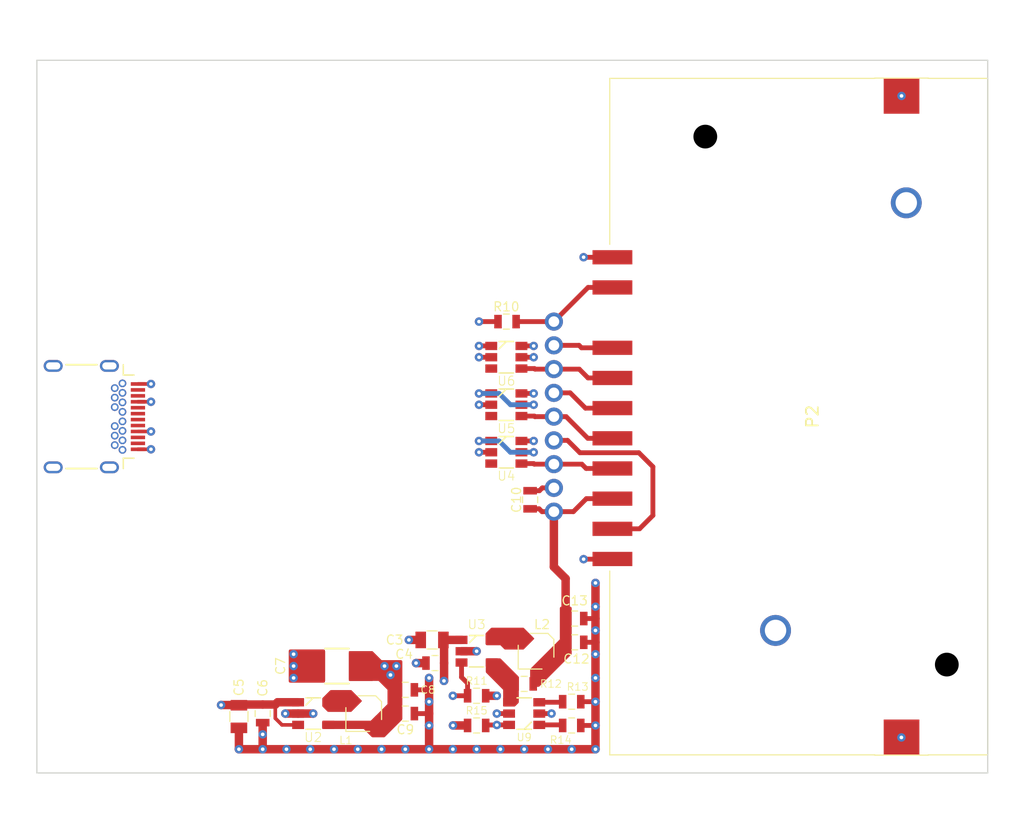
<source format=kicad_pcb>
(kicad_pcb (version 20211014) (generator pcbnew)
  (title_block (title "Cowkeyr Smartcard G0") (date "2023-03-07") (rev "1") (company "Agilack") (comment 1 "License: CC-by-SA"))
  (layers (0 "F.Cu" signal) (1 "In1.Cu" signal) (2 "In2.Cu" signal) (31 "B.Cu" signal) (34 "B.Paste" user) (35 "F.Paste" user) (36 "B.SilkS" user "B.Silkscreen") (37 "F.SilkS" user "F.Silkscreen") (38 "B.Mask" user) (39 "F.Mask" user) (44 "Edge.Cuts" user))
  (net 0 "")
  (net 1 "+V_SC")
  (net 2 "SC_DETECT")
  (net 3 "GND")
  (net 4 "+3.3V")
  (net 5 "SC_C4")
  (net 6 "SC_C6")
  (net 7 "SC_C8")
  (net 8 "SC_RAW_RST")
  (net 9 "SC_RAW_CLK")
  (net 10 "SC_RAW_IO")
  (net 11 "SC_RST")
  (net 12 "SC_IO_DIR")
  (net 13 "SC_CLK")
  (net 14 "SC_IO")
  (net 15 "SC_PWR_EN")
  (net 16 "Net-(R13-Pad1)")
  (net 17 "Net-(R14-Pad1)")
  (net 18 "+VBus")
  (net 19 "SC_PWR_SEL")
  (net 20 "/SC_SW")
  (net 21 "/SC_FB")
  (net 22 "/V_SW")
  (net 26 "USB_D+")
  (net 27 "USB_D-")
  (footprint "cowkeyr-sc-g0:SMD0603" (layer "F.Cu") (at 145.5 131 180)
    (fp_text reference "R15" (at 0 1.25) (layer "F.SilkS") (effects (font (size 0.635 0.635) (thickness 0.0762))))
    (fp_text value "10k" hide)
    (pad "1" smd rect (at -0.762 0 180) (size 0.635 1.143) (layers "F.Cu" "F.Paste" "F.Mask") (net 19 "SC_PWR_SEL"))
    (pad "2" smd rect (at 0.762 0 180) (size 0.635 1.143) (layers "F.Cu" "F.Paste" "F.Mask") (net 3 "GND"))
  )
  (footprint "cowkeyr-sc-g0:TP_PIN" (layer "F.Cu") (at 152 113)
    (fp_text reference "TP_SC1" hide)
    (fp_text value "CONN_1" hide)
    (pad "1" thru_hole circle (at 0 0) (size 1.524 1.524) (drill 0.89916) (layers *.Cu *.Mask) (net 1 "+V_SC"))
  )
  (footprint "cowkeyr-sc-g0:TP_PIN" (layer "F.Cu") (at 152 111)
    (fp_text reference "TP_SC5" hide)
    (fp_text value "CONN_1" hide)
    (pad "1" thru_hole circle (at 0 0) (size 1.524 1.524) (drill 0.89916) (layers *.Cu *.Mask) (net 3 "GND"))
  )
  (footprint "cowkeyr-sc-g0:TP_PIN" (layer "F.Cu") (at 152 101)
    (fp_text reference "TP_SC7" hide)
    (fp_text value "CONN_1" hide)
    (pad "1" thru_hole circle (at 0 0) (size 1.524 1.524) (drill 0.89916) (layers *.Cu *.Mask) (net 10 "SC_RAW_IO"))
  )
  (footprint "cowkeyr-sc-g0:SMD0603" (layer "F.Cu") (at 153.75 122)
    (fp_text reference "C13" (at 0 -1.5) (layer "F.SilkS") (effects (font (size 0.762 0.762) (thickness 0.1016))))
    (fp_text value "4,7uF" hide)
    (pad "1" smd rect (at -0.762 0) (size 0.635 1.143) (layers "F.Cu" "F.Paste" "F.Mask") (net 1 "+V_SC"))
    (pad "2" smd rect (at 0.762 0) (size 0.635 1.143) (layers "F.Cu" "F.Paste" "F.Mask") (net 3 "GND"))
  )
  (footprint "cowkeyr-sc-g0:SMD1210" (layer "F.Cu") (at 133.75 126 180)
    (fp_text reference "C7" (at 4.75 0 90) (layer "F.SilkS") (effects (font (size 0.762 0.762) (thickness 0.1016))))
    (fp_text value "n/a")
    (pad "1" smd rect (at -2 0 180) (size 2 2.5) (layers "F.Cu" "F.Paste" "F.Mask") (net 4 "+3.3V"))
    (pad "2" smd rect (at 2 0 180) (size 2 2.5) (layers "F.Cu" "F.Paste" "F.Mask") (net 3 "GND"))
  )
  (footprint "cowkeyr-sc-g0:SOT23-6" (layer "F.Cu") (at 148 104 -90)
    (fp_text reference "U5" (at 1.99898 0) (layer "F.SilkS") (effects (font (size 0.762 0.762) (thickness 0.0762))))
    (fp_text value "SN74LVC1T45" hide)
    (pad "1" smd rect (at -0.9525 1.27 270) (size 0.70104 1.00076) (layers "F.Cu" "F.Paste" "F.Mask") (net 4 "+3.3V"))
    (pad "2" smd rect (at 0 1.27 270) (size 0.70104 1.00076) (layers "F.Cu" "F.Paste" "F.Mask") (net 3 "GND"))
    (pad "3" smd rect (at 0.9525 1.27 270) (size 0.70104 1.00076) (layers "F.Cu" "F.Paste" "F.Mask") (net 13 "SC_CLK"))
    (pad "4" smd rect (at 0.9525 -1.27 270) (size 0.70104 1.00076) (layers "F.Cu" "F.Paste" "F.Mask") (net 9 "SC_RAW_CLK"))
    (pad "5" smd rect (at 0 -1.27 270) (size 0.70104 1.00076) (layers "F.Cu" "F.Paste" "F.Mask") (net 4 "+3.3V"))
    (pad "6" smd rect (at -0.9525 -1.27 270) (size 0.70104 1.00076) (layers "F.Cu" "F.Paste" "F.Mask") (net 1 "+V_SC"))
  )
  (footprint "cowkeyr-sc-g0:SMD0603" (layer "F.Cu") (at 153.5 129)
    (fp_text reference "R13" (at 0.5 -1.25) (layer "F.SilkS") (effects (font (size 0.635 0.635) (thickness 0.0762))))
    (fp_text value "75k" hide)
    (pad "1" smd rect (at -0.762 0) (size 0.635 1.143) (layers "F.Cu" "F.Paste" "F.Mask") (net 16 "Net-(R13-Pad1)"))
    (pad "2" smd rect (at 0.762 0) (size 0.635 1.143) (layers "F.Cu" "F.Paste" "F.Mask") (net 3 "GND"))
  )
  (footprint "cowkeyr-sc-g0:SOT23-5" (layer "F.Cu") (at 131.75 130 -90)
    (fp_text reference "U2" (at 1.99898 0) (layer "F.SilkS") (effects (font (size 0.762 0.762) (thickness 0.0762))))
    (fp_text value "LM3671" hide)
    (pad "1" smd rect (at -0.9525 1.27 270) (size 0.70104 1.00076) (layers "F.Cu" "F.Paste" "F.Mask") (net 18 "+VBus"))
    (pad "2" smd rect (at 0 1.27 270) (size 0.70104 1.00076) (layers "F.Cu" "F.Paste" "F.Mask") (net 3 "GND"))
    (pad "3" smd rect (at 0.9525 1.27 270) (size 0.70104 1.00076) (layers "F.Cu" "F.Paste" "F.Mask") (net 18 "+VBus"))
    (pad "4" smd rect (at 0.9525 -1.27 270) (size 0.70104 1.00076) (layers "F.Cu" "F.Paste" "F.Mask") (net 4 "+3.3V"))
    (pad "5" smd rect (at -0.9525 -1.27 270) (size 0.70104 1.00076) (layers "F.Cu" "F.Paste" "F.Mask") (net 22 "/V_SW"))
  )
  (footprint "cowkeyr-sc-g0:TP_PIN" (layer "F.Cu") (at 152 99)
    (fp_text reference "TP_SC8" hide)
    (fp_text value "CONN_1" hide)
    (pad "1" thru_hole circle (at 0 0) (size 1.524 1.524) (drill 0.89916) (layers *.Cu *.Mask) (net 7 "SC_C8"))
  )
  (footprint "cowkeyr-sc-g0:SOT23-6" (layer "F.Cu") (at 148 100 -90)
    (fp_text reference "U6" (at 1.99898 0) (layer "F.SilkS") (effects (font (size 0.762 0.762) (thickness 0.0762))))
    (fp_text value "SN74LVC1T45" hide)
    (pad "1" smd rect (at -0.9525 1.27 270) (size 0.70104 1.00076) (layers "F.Cu" "F.Paste" "F.Mask") (net 4 "+3.3V"))
    (pad "2" smd rect (at 0 1.27 270) (size 0.70104 1.00076) (layers "F.Cu" "F.Paste" "F.Mask") (net 3 "GND"))
    (pad "3" smd rect (at 0.9525 1.27 270) (size 0.70104 1.00076) (layers "F.Cu" "F.Paste" "F.Mask") (net 14 "SC_IO"))
    (pad "4" smd rect (at 0.9525 -1.27 270) (size 0.70104 1.00076) (layers "F.Cu" "F.Paste" "F.Mask") (net 10 "SC_RAW_IO"))
    (pad "5" smd rect (at 0 -1.27 270) (size 0.70104 1.00076) (layers "F.Cu" "F.Paste" "F.Mask") (net 12 "SC_IO_DIR"))
    (pad "6" smd rect (at -0.9525 -1.27 270) (size 0.70104 1.00076) (layers "F.Cu" "F.Paste" "F.Mask") (net 1 "+V_SC"))
  )
  (footprint "cowkeyr-sc-g0:TP_PIN" (layer "F.Cu") (at 152 109)
    (fp_text reference "TP_SC2" hide)
    (fp_text value "CONN_1" hide)
    (pad "1" thru_hole circle (at 0 0) (size 1.524 1.524) (drill 0.89916) (layers *.Cu *.Mask) (net 8 "SC_RAW_RST"))
  )
  (footprint "cowkeyr-sc-g0:I_CDRH2D14" (layer "F.Cu") (at 136 130)
    (fp_text reference "L1" (at -1.5 2.25 unlocked) (layer "F.SilkS") (effects (font (size 0.635 0.635) (thickness 0.0762))))
    (fp_text value "2,2uH")
    (pad "1" smd rect (at -1.06 -1.06 45) (size 1.3 1.3) (layers "F.Cu" "F.Paste" "F.Mask") (net 22 "/V_SW"))
    (pad "2" smd rect (at 1.06 1.06 45) (size 1.3 1.3) (layers "F.Cu" "F.Paste" "F.Mask") (net 4 "+3.3V"))
  )
  (footprint "cowkeyr-sc-g0:SMD0603" (layer "F.Cu") (at 150 112 90)
    (fp_text reference "C10" (at 0 -1.15 90) (layer "F.SilkS") (effects (font (size 0.762 0.762) (thickness 0.1016))))
    (fp_text value "1uF" hide)
    (pad "1" smd rect (at -0.762 0 90) (size 0.635 1.143) (layers "F.Cu" "F.Paste" "F.Mask") (net 1 "+V_SC"))
    (pad "2" smd rect (at 0.762 0 90) (size 0.635 1.143) (layers "F.Cu" "F.Paste" "F.Mask") (net 3 "GND"))
  )
  (footprint "cowkeyr-sc-g0:SMD0603" (layer "F.Cu") (at 139.5 128)
    (fp_text reference "C8" (at 1.9 0) (layer "F.SilkS") (effects (font (size 0.635 0.635) (thickness 0.0762))))
    (fp_text value "4,7uF" hide)
    (pad "1" smd rect (at -0.762 0) (size 0.635 1.143) (layers "F.Cu" "F.Paste" "F.Mask") (net 4 "+3.3V"))
    (pad "2" smd rect (at 0.762 0) (size 0.635 1.143) (layers "F.Cu" "F.Paste" "F.Mask") (net 3 "GND"))
  )
  (footprint "cowkeyr-sc-g0:SMD0603" (layer "F.Cu") (at 149.5 127.5 180)
    (fp_text reference "R12" (at -2.25 0) (layer "F.SilkS") (effects (font (size 0.635 0.635) (thickness 0.0762))))
    (fp_text value "422k" hide)
    (pad "1" smd rect (at -0.762 0 180) (size 0.635 1.143) (layers "F.Cu" "F.Paste" "F.Mask") (net 1 "+V_SC"))
    (pad "2" smd rect (at 0.762 0 180) (size 0.635 1.143) (layers "F.Cu" "F.Paste" "F.Mask") (net 21 "/SC_FB"))
  )
  (footprint "cowkeyr-sc-g0:TP_PIN" (layer "F.Cu") (at 152 107)
    (fp_text reference "TP_SC6" hide)
    (fp_text value "CONN_1" hide)
    (pad "1" thru_hole circle (at 0 0) (size 1.524 1.524) (drill 0.89916) (layers *.Cu *.Mask) (net 6 "SC_C6"))
  )
  (footprint "cowkeyr-sc-g0:TP_PIN" (layer "F.Cu") (at 152 103)
    (fp_text reference "TP_SC4" hide)
    (fp_text value "CONN_1" hide)
    (pad "1" thru_hole circle (at 0 0) (size 1.524 1.524) (drill 0.89916) (layers *.Cu *.Mask) (net 5 "SC_C4"))
  )
  (footprint "cowkeyr-sc-g0:SMD0603" (layer "F.Cu") (at 139.5 130)
    (fp_text reference "C9" (at 0 1.35) (layer "F.SilkS") (effects (font (size 0.762 0.762) (thickness 0.1016))))
    (fp_text value "4,7uF" hide)
    (pad "1" smd rect (at -0.762 0) (size 0.635 1.143) (layers "F.Cu" "F.Paste" "F.Mask") (net 4 "+3.3V"))
    (pad "2" smd rect (at 0.762 0) (size 0.635 1.143) (layers "F.Cu" "F.Paste" "F.Mask") (net 3 "GND"))
  )
  (footprint "cowkeyr-sc-g0:SMD0603" (layer "F.Cu") (at 145.5 128.5)
    (fp_text reference "R11" (at 0 -1.25) (layer "F.SilkS") (effects (font (size 0.635 0.635) (thickness 0.0762))))
    (fp_text value "10k" hide)
    (pad "1" smd rect (at -0.762 0) (size 0.635 1.143) (layers "F.Cu" "F.Paste" "F.Mask") (net 15 "SC_PWR_EN"))
    (pad "2" smd rect (at 0.762 0) (size 0.635 1.143) (layers "F.Cu" "F.Paste" "F.Mask") (net 3 "GND"))
  )
  (footprint "cowkeyr-sc-g0:SMD0603" (layer "F.Cu") (at 142 125.75 180)
    (fp_text reference "C4" (at 2.6 0.75) (layer "F.SilkS") (effects (font (size 0.762 0.762) (thickness 0.1016))))
    (fp_text value "100nF" hide)
    (pad "1" smd rect (at -0.762 0 180) (size 0.635 1.143) (layers "F.Cu" "F.Paste" "F.Mask") (net 18 "+VBus"))
    (pad "2" smd rect (at 0.762 0 180) (size 0.635 1.143) (layers "F.Cu" "F.Paste" "F.Mask") (net 3 "GND"))
  )
  (footprint "cowkeyr-sc-g0:SOT23-5" (layer "F.Cu") (at 145.5 124.75 -90)
    (fp_text reference "U3" (at -2.25 0) (layer "F.SilkS") (effects (font (size 0.762 0.762) (thickness 0.0762))))
    (fp_text value "LM3671" hide)
    (pad "1" smd rect (at -0.9525 1.27 270) (size 0.70104 1.00076) (layers "F.Cu" "F.Paste" "F.Mask") (net 18 "+VBus"))
    (pad "2" smd rect (at 0 1.27 270) (size 0.70104 1.00076) (layers "F.Cu" "F.Paste" "F.Mask") (net 3 "GND"))
    (pad "3" smd rect (at 0.9525 1.27 270) (size 0.70104 1.00076) (layers "F.Cu" "F.Paste" "F.Mask") (net 15 "SC_PWR_EN"))
    (pad "4" smd rect (at 0.9525 -1.27 270) (size 0.70104 1.00076) (layers "F.Cu" "F.Paste" "F.Mask") (net 21 "/SC_FB"))
    (pad "5" smd rect (at -0.9525 -1.27 270) (size 0.70104 1.00076) (layers "F.Cu" "F.Paste" "F.Mask") (net 20 "/SC_SW"))
  )
  (footprint "cowkeyr-sc-g0:SMD0805" (layer "F.Cu") (at 125.5 130.25 -90)
    (fp_text reference "C5" (at -1.65 0 90) (layer "F.SilkS") (effects (font (size 0.762 0.762) (thickness 0.1016)) (justify left)))
    (fp_text value "10uF" hide)
    (pad "1" smd rect (at -0.9525 0 270) (size 0.889 1.397) (layers "F.Cu" "F.Paste" "F.Mask") (net 18 "+VBus"))
    (pad "2" smd rect (at 0.9525 0 270) (size 0.889 1.397) (layers "F.Cu" "F.Paste" "F.Mask") (net 3 "GND"))
  )
  (footprint "cowkeyr-sc-g0:CONN_CCM01-25xx" (layer "F.Cu") (at 174.25 105 90)
    (fp_text reference "P2" (at 0 -0.5 90 unlocked) (layer "F.SilkS"))
    (fp_text value "CONN_SC")
    (pad "" np_thru_hole circle locked (at -20.875 10.81 90) (size 2 2) (drill 2) (layers *.Mask))
    (pad "" np_thru_hole circle locked (at 23.575 -9.51 90) (size 2 2) (drill 2) (layers *.Mask))
    (pad "0" thru_hole circle locked (at -18 -3.6 90) (size 2.6 2.6) (drill 1.8) (layers *.Cu *.Mask) (net 3 "GND"))
    (pad "0" smd rect locked (at -27 7 90) (size 3 3) (layers "F.Cu" "F.Paste" "F.Mask") (net 3 "GND"))
    (pad "0" smd rect locked (at 27 7 90) (size 3 3) (layers "F.Cu" "F.Paste" "F.Mask") (net 3 "GND"))
    (pad "0" thru_hole circle locked (at 18 7.4 90) (size 2.6 2.6) (drill 1.8) (layers *.Cu *.Mask) (net 3 "GND"))
    (pad "1" smd rect locked (at 10.875 -17.325 90) (size 1.2 3.35) (layers "F.Cu" "F.Paste" "F.Mask") (net 2 "SC_DETECT"))
    (pad "2" smd rect locked (at 13.415 -17.325 90) (size 1.2 3.35) (layers "F.Cu" "F.Paste" "F.Mask") (net 3 "GND"))
    (pad "C1" smd rect locked (at -6.905 -17.325 90) (size 1.2 3.35) (layers "F.Cu" "F.Paste" "F.Mask") (net 1 "+V_SC"))
    (pad "C2" smd rect locked (at -4.365 -17.325 90) (size 1.2 3.35) (layers "F.Cu" "F.Paste" "F.Mask") (net 8 "SC_RAW_RST"))
    (pad "C3" smd rect locked (at -1.825 -17.325 90) (size 1.2 3.35) (layers "F.Cu" "F.Paste" "F.Mask") (net 9 "SC_RAW_CLK"))
    (pad "C4" smd rect locked (at 0.715 -17.325 90) (size 1.2 3.35) (layers "F.Cu" "F.Paste" "F.Mask") (net 5 "SC_C4"))
    (pad "C5" smd rect locked (at -11.985 -17.325 90) (size 1.2 3.35) (layers "F.Cu" "F.Paste" "F.Mask") (net 3 "GND"))
    (pad "C6" smd rect locked (at -9.445 -17.325 90) (size 1.2 3.35) (layers "F.Cu" "F.Paste" "F.Mask") (net 6 "SC_C6"))
    (pad "C7" smd rect locked (at 3.255 -17.325 90) (size 1.2 3.35) (layers "F.Cu" "F.Paste" "F.Mask") (net 10 "SC_RAW_IO"))
    (pad "C8" smd rect locked (at 5.795 -17.325 90) (size 1.2 3.35) (layers "F.Cu" "F.Paste" "F.Mask") (net 7 "SC_C8"))
  )
  (footprint "cowkeyr-sc-g0:SOT23-6" (layer "F.Cu") (at 149.5 130 90)
    (fp_text reference "U9" (at -2 0) (layer "F.SilkS") (effects (font (size 0.635 0.635) (thickness 0.0762))))
    (fp_text value "SN74LVC1G3157" hide)
    (pad "1" smd rect (at -0.9525 1.27 90) (size 0.70104 1.00076) (layers "F.Cu" "F.Paste" "F.Mask") (net 17 "Net-(R14-Pad1)"))
    (pad "2" smd rect (at 0 1.27 90) (size 0.70104 1.00076) (layers "F.Cu" "F.Paste" "F.Mask") (net 3 "GND"))
    (pad "3" smd rect (at 0.9525 1.27 90) (size 0.70104 1.00076) (layers "F.Cu" "F.Paste" "F.Mask") (net 16 "Net-(R13-Pad1)"))
    (pad "4" smd rect (at 0.9525 -1.27 90) (size 0.70104 1.00076) (layers "F.Cu" "F.Paste" "F.Mask") (net 21 "/SC_FB"))
    (pad "5" smd rect (at 0 -1.27 90) (size 0.70104 1.00076) (layers "F.Cu" "F.Paste" "F.Mask") (net 4 "+3.3V"))
    (pad "6" smd rect (at -0.9525 -1.27 90) (size 0.70104 1.00076) (layers "F.Cu" "F.Paste" "F.Mask") (net 19 "SC_PWR_SEL"))
  )
  (footprint "cowkeyr-sc-g0:I_CDRH2D14" (layer "F.Cu") (at 150.5 124.75)
    (fp_text reference "L2" (at 0.5 -2.25 unlocked) (layer "F.SilkS") (effects (font (size 0.762 0.762) (thickness 0.1016))))
    (fp_text value "2,2uH")
    (pad "1" smd rect (at -1.06 -1.06 45) (size 1.3 1.3) (layers "F.Cu" "F.Paste" "F.Mask") (net 20 "/SC_SW"))
    (pad "2" smd rect (at 1.06 1.06 45) (size 1.3 1.3) (layers "F.Cu" "F.Paste" "F.Mask") (net 1 "+V_SC"))
  )
  (footprint "cowkeyr-sc-g0:TP_PIN" (layer "F.Cu") (at 152 97)
    (fp_text reference "TP_SC0" hide)
    (fp_text value "CONN_1" hide)
    (pad "1" thru_hole circle (at 0 0) (size 1.524 1.524) (drill 0.89916) (layers *.Cu *.Mask) (net 2 "SC_DETECT"))
  )
  (footprint "cowkeyr-sc-g0:CONN_632723300011" (layer "F.Cu") (at 115.0525 105 -90)
    (fp_text reference "P1" hide)
    (fp_text value "CONN_USB-C")
    (pad "A1" smd rect locked (at -2.75 -1.95 270) (size 0.3 1.2) (layers "F.Cu" "F.Paste" "F.Mask") (net 3 "GND"))
    (pad "A2" smd rect locked (at -2.25 -1.95 270) (size 0.3 1.2) (layers "F.Cu" "F.Paste" "F.Mask"))
    (pad "A3" smd rect locked (at -1.75 -1.95 270) (size 0.3 1.2) (layers "F.Cu" "F.Paste" "F.Mask"))
    (pad "A4" smd rect locked (at -1.25 -1.95 270) (size 0.3 1.2) (layers "F.Cu" "F.Paste" "F.Mask") (net 18 "+VBus"))
    (pad "A5" smd rect locked (at -0.75 -1.95 270) (size 0.3 1.2) (layers "F.Cu" "F.Paste" "F.Mask"))
    (pad "A6" smd rect locked (at -0.25 -1.95 270) (size 0.3 1.2) (layers "F.Cu" "F.Paste" "F.Mask") (net 26 "USB_D+"))
    (pad "A7" smd rect locked (at 0.25 -1.95 270) (size 0.3 1.2) (layers "F.Cu" "F.Paste" "F.Mask") (net 27 "USB_D-"))
    (pad "A8" smd rect locked (at 0.75 -1.95 270) (size 0.3 1.2) (layers "F.Cu" "F.Paste" "F.Mask"))
    (pad "A9" smd rect locked (at 1.25 -1.95 270) (size 0.3 1.2) (layers "F.Cu" "F.Paste" "F.Mask") (net 18 "+VBus"))
    (pad "A10" smd rect locked (at 1.75 -1.95 270) (size 0.3 1.2) (layers "F.Cu" "F.Paste" "F.Mask"))
    (pad "A11" smd rect locked (at 2.25 -1.95 270) (size 0.3 1.2) (layers "F.Cu" "F.Paste" "F.Mask"))
    (pad "A12" smd rect locked (at 2.75 -1.95 270) (size 0.3 1.2) (layers "F.Cu" "F.Paste" "F.Mask") (net 3 "GND"))
    (pad "B1" thru_hole circle locked (at 2.8 -0.65 270) (size 0.65 0.65) (drill 0.4) (layers *.Cu *.Mask) (net 3 "GND"))
    (pad "B2" thru_hole circle locked (at 2.4 0 270) (size 0.65 0.65) (drill 0.4) (layers *.Cu *.Mask))
    (pad "B3" thru_hole circle locked (at 1.6 0 270) (size 0.65 0.65) (drill 0.4) (layers *.Cu *.Mask))
    (pad "B4" thru_hole circle locked (at 1.2 -0.65 270) (size 0.65 0.65) (drill 0.4) (layers *.Cu *.Mask) (net 18 "+VBus"))
    (pad "B5" thru_hole circle locked (at 0.8 0 270) (size 0.65 0.65) (drill 0.4) (layers *.Cu *.Mask))
    (pad "B6" thru_hole circle locked (at 0.4 -0.65 270) (size 0.65 0.65) (drill 0.4) (layers *.Cu *.Mask) (net 26 "USB_D+"))
    (pad "B7" thru_hole circle locked (at -0.4 -0.65 270) (size 0.65 0.65) (drill 0.4) (layers *.Cu *.Mask) (net 27 "USB_D-"))
    (pad "B8" thru_hole circle locked (at -0.8 0 270) (size 0.65 0.65) (drill 0.4) (layers *.Cu *.Mask))
    (pad "B9" thru_hole circle locked (at -1.2 -0.65 270) (size 0.65 0.65) (drill 0.4) (layers *.Cu *.Mask) (net 18 "+VBus"))
    (pad "B10" thru_hole circle locked (at -1.6 0 270) (size 0.65 0.65) (drill 0.4) (layers *.Cu *.Mask))
    (pad "B11" thru_hole circle locked (at -2.4 0 270) (size 0.65 0.65) (drill 0.4) (layers *.Cu *.Mask))
    (pad "B12" thru_hole circle locked (at -2.8 -0.65 270) (size 0.65 0.65) (drill 0.4) (layers *.Cu *.Mask) (net 3 "GND"))
    (pad "SHLD" thru_hole oval locked (at 4.27 0.45 270) (size 1 1.6) (drill oval 0.6 1.2) (layers *.Cu *.Mask) (net 3 "GND"))
    (pad "SHLD" thru_hole oval locked (at -4.27 0.45 270) (size 1 1.6) (drill oval 0.6 1.2) (layers *.Cu *.Mask) (net 3 "GND"))
    (pad "SHLD" thru_hole oval locked (at -4.27 5.18 270) (size 1 1.6) (drill oval 0.6 1.2) (layers *.Cu *.Mask) (net 3 "GND"))
    (pad "SHLD" thru_hole circle locked (at -2 -0.65 270) (size 0.65 0.65) (drill 0.4) (layers *.Cu *.Mask) (net 3 "GND"))
    (pad "SHLD" thru_hole circle locked (at 2 -0.65 270) (size 0.65 0.65) (drill 0.4) (layers *.Cu *.Mask) (net 3 "GND"))
    (pad "SHLD" thru_hole oval locked (at 4.27 5.18 270) (size 1 1.6) (drill oval 0.6 1.2) (layers *.Cu *.Mask) (net 3 "GND"))
  )
  (footprint "cowkeyr-sc-g0:TP_PIN" (layer "F.Cu") (at 152 105)
    (fp_text reference "TP_SC3" hide)
    (fp_text value "CONN_1" hide)
    (pad "1" thru_hole circle (at 0 0) (size 1.524 1.524) (drill 0.89916) (layers *.Cu *.Mask) (net 9 "SC_RAW_CLK"))
  )
  (footprint "cowkeyr-sc-g0:SMD0603" (layer "F.Cu") (at 127.5 130 -90)
    (fp_text reference "C6" (at -1.35 0 90) (layer "F.SilkS") (effects (font (size 0.762 0.762) (thickness 0.1016)) (justify left)))
    (fp_text value "470pF" hide)
    (pad "1" smd rect (at -0.762 0 270) (size 0.635 1.143) (layers "F.Cu" "F.Paste" "F.Mask") (net 18 "+VBus"))
    (pad "2" smd rect (at 0.762 0 270) (size 0.635 1.143) (layers "F.Cu" "F.Paste" "F.Mask") (net 3 "GND"))
  )
  (footprint "cowkeyr-sc-g0:SMD0603" (layer "F.Cu") (at 153.75 124)
    (fp_text reference "C12" (at 0.15 1.4) (layer "F.SilkS") (effects (font (size 0.762 0.762) (thickness 0.1016))))
    (fp_text value "4,7uF" hide)
    (pad "1" smd rect (at -0.762 0) (size 0.635 1.143) (layers "F.Cu" "F.Paste" "F.Mask") (net 1 "+V_SC"))
    (pad "2" smd rect (at 0.762 0) (size 0.635 1.143) (layers "F.Cu" "F.Paste" "F.Mask") (net 3 "GND"))
  )
  (footprint "cowkeyr-sc-g0:SOT23-6" (layer "F.Cu") (at 148 108 -90)
    (fp_text reference "U4" (at 1.99898 0) (layer "F.SilkS") (effects (font (size 0.762 0.762) (thickness 0.0762))))
    (fp_text value "SN74LVC1T45" hide)
    (pad "1" smd rect (at -0.9525 1.27 270) (size 0.70104 1.00076) (layers "F.Cu" "F.Paste" "F.Mask") (net 4 "+3.3V"))
    (pad "2" smd rect (at 0 1.27 270) (size 0.70104 1.00076) (layers "F.Cu" "F.Paste" "F.Mask") (net 3 "GND"))
    (pad "3" smd rect (at 0.9525 1.27 270) (size 0.70104 1.00076) (layers "F.Cu" "F.Paste" "F.Mask") (net 11 "SC_RST"))
    (pad "4" smd rect (at 0.9525 -1.27 270) (size 0.70104 1.00076) (layers "F.Cu" "F.Paste" "F.Mask") (net 8 "SC_RAW_RST"))
    (pad "5" smd rect (at 0 -1.27 270) (size 0.70104 1.00076) (layers "F.Cu" "F.Paste" "F.Mask") (net 4 "+3.3V"))
    (pad "6" smd rect (at -0.9525 -1.27 270) (size 0.70104 1.00076) (layers "F.Cu" "F.Paste" "F.Mask") (net 1 "+V_SC"))
  )
  (footprint "cowkeyr-sc-g0:SMD0603" (layer "F.Cu") (at 153.5 131)
    (fp_text reference "R14" (at -0.92 1.22) (layer "F.SilkS") (effects (font (size 0.635 0.635) (thickness 0.0762))))
    (fp_text value "47k" hide)
    (pad "1" smd rect (at -0.762 0) (size 0.635 1.143) (layers "F.Cu" "F.Paste" "F.Mask") (net 17 "Net-(R14-Pad1)"))
    (pad "2" smd rect (at 0.762 0) (size 0.635 1.143) (layers "F.Cu" "F.Paste" "F.Mask") (net 3 "GND"))
  )
  (footprint "cowkeyr-sc-g0:SMD0805" (layer "F.Cu") (at 141.75 123.8 180)
    (fp_text reference "C3" (at 3.15 0) (layer "F.SilkS") (effects (font (size 0.762 0.762) (thickness 0.1016))))
    (fp_text value "10uF" hide)
    (pad "1" smd rect (at -0.9525 0 180) (size 0.889 1.397) (layers "F.Cu" "F.Paste" "F.Mask") (net 18 "+VBus"))
    (pad "2" smd rect (at 0.9525 0 180) (size 0.889 1.397) (layers "F.Cu" "F.Paste" "F.Mask") (net 3 "GND"))
  )
  (footprint "cowkeyr-sc-g0:SMD0603" (layer "F.Cu") (at 148 97 180)
    (fp_text reference "R10" (at 0 1.25) (layer "F.SilkS") (effects (font (size 0.762 0.762) (thickness 0.1016))))
    (fp_text value "10k" hide)
    (pad "1" smd rect (at -0.822 0 180) (size 0.635 1.143) (layers "F.Cu" "F.Paste" "F.Mask") (net 2 "SC_DETECT"))
    (pad "2" smd rect (at 0.702 0 180) (size 0.635 1.143) (layers "F.Cu" "F.Paste" "F.Mask") (net 4 "+3.3V"))
  )
  (gr_line (start 188.5 135) (end 188.5 75) (layer "Edge.Cuts") (width 0.1))
  (gr_line (start 108.5 135) (end 108.5 75) (layer "Edge.Cuts") (width 0.1))
  (gr_line (start 108.5 75) (end 188.5 75) (layer "Edge.Cuts") (width 0.1))
  (gr_line (start 108.5 135) (end 188.5 135) (layer "Edge.Cuts") (width 0.1))
  (segment (start 152.988 118.638) (end 152.988 122) (width 0.7112) (layer "F.Cu") (net 1))
  (segment (start 152 113) (end 151 113) (width 0.4064) (layer "F.Cu") (net 1))
  (segment (start 153.64 113) (end 152 113) (width 0.4064) (layer "F.Cu") (net 1))
  (segment (start 151.56 125.81) (end 150.85 126.52) (width 0.4064) (layer "F.Cu") (net 1))
  (segment (start 152 117.65) (end 152.988 118.638) (width 0.7112) (layer "F.Cu") (net 1))
  (segment (start 152.988 122) (end 152.988 124) (width 0.4064) (layer "F.Cu") (net 1))
  (segment (start 151 113) (end 150.762 112.762) (width 0.4064) (layer "F.Cu") (net 1))
  (segment (start 150.85 126.52) (end 150.85 126.67) (width 0.4064) (layer "F.Cu") (net 1))
  (segment (start 150.2975 99.0475) (end 150.3 99.05) (width 0.3048) (layer "F.Cu") (net 1))
  (segment (start 150.762 112.762) (end 150 112.762) (width 0.4064) (layer "F.Cu") (net 1))
  (segment (start 150.262 127.258) (end 150.262 127.5) (width 0.4064) (layer "F.Cu") (net 1))
  (segment (start 156.925 111.905) (end 154.735 111.905) (width 0.4064) (layer "F.Cu") (net 1))
  (segment (start 152.988 124.382) (end 151.56 125.81) (width 0.4064) (layer "F.Cu") (net 1))
  (segment (start 150.2975 103.0475) (end 150.3 103.05) (width 0.4064) (layer "F.Cu") (net 1))
  (segment (start 149.27 99.0475) (end 150.2975 99.0475) (width 0.4064) (layer "F.Cu") (net 1))
  (segment (start 154.735 111.905) (end 153.64 113) (width 0.4064) (layer "F.Cu") (net 1))
  (segment (start 150.2975 107.0475) (end 150.3 107.05) (width 0.4064) (layer "F.Cu") (net 1))
  (segment (start 149.27 103.0475) (end 150.2975 103.0475) (width 0.4064) (layer "F.Cu") (net 1))
  (segment (start 152.988 124) (end 152.988 124.382) (width 0.4064) (layer "F.Cu") (net 1))
  (segment (start 150.85 126.67) (end 150.262 127.258) (width 0.4064) (layer "F.Cu") (net 1))
  (segment (start 149.27 107.0475) (end 150.2975 107.0475) (width 0.4064) (layer "F.Cu") (net 1))
  (segment (start 152 113) (end 152 117.65) (width 0.7112) (layer "F.Cu") (net 1))
  (via (at 150.3 99.05) (size 0.7112) (drill 0.3048) (layers "F.Cu" "B.Cu") (net 1))
  (via (at 150.3 103.05) (size 0.7112) (drill 0.3048) (layers "F.Cu" "B.Cu") (net 1))
  (via (at 150.3 107.05) (size 0.7112) (drill 0.3048) (layers "F.Cu" "B.Cu") (net 1))
  (segment (start 156.925 94.125) (end 154.875 94.125) (width 0.4064) (layer "F.Cu") (net 2))
  (segment (start 154.875 94.125) (end 152 97) (width 0.4064) (layer "F.Cu") (net 2))
  (segment (start 152 97) (end 148.822 97) (width 0.4064) (layer "F.Cu") (net 2))
  (segment (start 141.5 133) (end 141.5 131) (width 0.7112) (layer "F.Cu") (net 3))
  (segment (start 117.0025 102.25) (end 118.1 102.25) (width 0.3048) (layer "F.Cu") (net 3))
  (segment (start 131.5 133) (end 129.5 133) (width 0.7112) (layer "F.Cu") (net 3))
  (segment (start 139.5 133) (end 137.5 133) (width 0.7112) (layer "F.Cu") (net 3))
  (segment (start 140.7975 123.8) (end 139.8 123.8) (width 0.7112) (layer "F.Cu") (net 3))
  (segment (start 141.5 129) (end 141.5 130) (width 0.7112) (layer "F.Cu") (net 3))
  (segment (start 154.512 124) (end 155.5 124) (width 0.4064) (layer "F.Cu") (net 3))
  (segment (start 141.238 125.75) (end 140.91 125.75) (width 0.4064) (layer "F.Cu") (net 3))
  (segment (start 127.5 130.762) (end 127.5 131.08) (width 0.4064) (layer "F.Cu") (net 3))
  (segment (start 131.75 126) (end 130.1 126) (width 0.4064) (layer "F.Cu") (net 3))
  (segment (start 156.925 91.585) (end 154.505 91.585) (width 0.4064) (layer "F.Cu") (net 3))
  (segment (start 154.262 129) (end 155.5 129) (width 0.4064) (layer "F.Cu") (net 3))
  (segment (start 153.5 133) (end 151.5 133) (width 0.7112) (layer "F.Cu") (net 3))
  (segment (start 141.5 129) (end 141.5 128) (width 0.7112) (layer "F.Cu") (net 3))
  (segment (start 150.77 130) (end 151.8 130) (width 0.4064) (layer "F.Cu") (net 3))
  (segment (start 140.4 125.75) (end 140.91 125.75) (width 0.7112) (layer "F.Cu") (net 3))
  (segment (start 145.5 133) (end 143.5 133) (width 0.7112) (layer "F.Cu") (net 3))
  (segment (start 149.5 133) (end 147.5 133) (width 0.7112) (layer "F.Cu") (net 3))
  (segment (start 127.5 133) (end 127.5 131.75) (width 0.7112) (layer "F.Cu") (net 3))
  (segment (start 146.73 100) (end 145.7 100) (width 0.4064) (layer "F.Cu") (net 3))
  (segment (start 140.262 128) (end 141.5 128) (width 0.4064) (layer "F.Cu") (net 3))
  (segment (start 154.512 122) (end 155.5 122) (width 0.4064) (layer "F.Cu") (net 3))
  (segment (start 127.5 133) (end 125.5 133) (width 0.7112) (layer "F.Cu") (net 3))
  (segment (start 141.5 127) (end 141.5 128) (width 0.7112) (layer "F.Cu") (net 3))
  (segment (start 140.262 130) (end 141.5 130) (width 0.4064) (layer "F.Cu") (net 3))
  (segment (start 156.925 116.985) (end 156.91 117) (width 0.4064) (layer "F.Cu") (net 3))
  (segment (start 155.5 121) (end 155.5 122) (width 0.7112) (layer "F.Cu") (net 3))
  (segment (start 154.262 131) (end 155.5 131) (width 0.4064) (layer "F.Cu") (net 3))
  (segment (start 147.2 128.5) (end 146.58 128.5) (width 0.7112) (layer "F.Cu") (net 3))
  (segment (start 137.5 133) (end 135.5 133) (width 0.7112) (layer "F.Cu") (net 3))
  (segment (start 130.1 126) (end 130.1 127) (width 0.4064) (layer "F.Cu") (net 3))
  (segment (start 141.5 133) (end 139.5 133) (width 0.7112) (layer "F.Cu") (net 3))
  (segment (start 155.5 119) (end 155.5 121) (width 0.7112) (layer "F.Cu") (net 3))
  (segment (start 155.5 124) (end 155.5 123) (width 0.7112) (layer "F.Cu") (net 3))
  (segment (start 150.782 111.238) (end 150 111.238) (width 0.4064) (layer "F.Cu") (net 3))
  (segment (start 155.5 123) (end 155.5 122) (width 0.7112) (layer "F.Cu") (net 3))
  (segment (start 125.5 133) (end 125.5 131.2025) (width 0.7112) (layer "F.Cu") (net 3))
  (segment (start 155.5 124) (end 155.5 125) (width 0.7112) (layer "F.Cu") (net 3))
  (segment (start 152 111) (end 151.02 111) (width 0.4064) (layer "F.Cu") (net 3))
  (segment (start 133.5 133) (end 131.5 133) (width 0.7112) (layer "F.Cu") (net 3))
  (segment (start 154.505 91.585) (end 154.5 91.58) (width 0.4064) (layer "F.Cu") (net 3))
  (segment (start 146.73 108) (end 145.7 108) (width 0.4064) (layer "F.Cu") (net 3))
  (segment (start 130.48 130) (end 129.4 130) (width 0.7112) (layer "F.Cu") (net 3))
  (segment (start 155.5 133) (end 153.5 133) (width 0.7112) (layer "F.Cu") (net 3))
  (segment (start 129.5 133) (end 127.5 133) (width 0.7112) (layer "F.Cu") (net 3))
  (segment (start 155.5 131) (end 155.5 133) (width 0.7112) (layer "F.Cu") (net 3))
  (segment (start 144.738 131) (end 144.42 131) (width 0.4064) (layer "F.Cu") (net 3))
  (segment (start 155.5 127) (end 155.5 129) (width 0.7112) (layer "F.Cu") (net 3))
  (segment (start 130.48 130) (end 131.75 130) (width 0.7112) (layer "F.Cu") (net 3))
  (segment (start 144.23 124.75) (end 145.5 124.75) (width 0.7112) (layer "F.Cu") (net 3))
  (segment (start 151.5 133) (end 149.5 133) (width 0.7112) (layer "F.Cu") (net 3))
  (segment (start 155.5 129) (end 155.5 131) (width 0.7112) (layer "F.Cu") (net 3))
  (segment (start 146.262 128.5) (end 146.58 128.5) (width 0.4064) (layer "F.Cu") (net 3))
  (segment (start 117.0025 107.75) (end 118.1 107.75) (width 0.3048) (layer "F.Cu") (net 3))
  (segment (start 155.5 125) (end 155.5 127) (width 0.7112) (layer "F.Cu") (net 3))
  (segment (start 135.5 133) (end 133.5 133) (width 0.7112) (layer "F.Cu") (net 3))
  (segment (start 143.51 131) (end 144.42 131) (width 0.7112) (layer "F.Cu") (net 3))
  (segment (start 156.91 117) (end 154.5 117) (width 0.4064) (layer "F.Cu") (net 3))
  (segment (start 143.5 133) (end 141.5 133) (width 0.7112) (layer "F.Cu") (net 3))
  (segment (start 147.5 133) (end 145.5 133) (width 0.7112) (layer "F.Cu") (net 3))
  (segment (start 146.73 104) (end 145.7 104) (width 0.4064) (layer "F.Cu") (net 3))
  (segment (start 141.5 131) (end 141.5 130) (width 0.7112) (layer "F.Cu") (net 3))
  (segment (start 130.1 126) (end 130.1 125) (width 0.4064) (layer "F.Cu") (net 3))
  (segment (start 151.02 111) (end 150.782 111.238) (width 0.4064) (layer "F.Cu") (net 3))
  (segment (start 127.5 131.75) (end 127.5 131.08) (width 0.7112) (layer "F.Cu") (net 3))
  (via (at 139.8 123.8) (size 0.7112) (drill 0.3048) (layers "F.Cu" "B.Cu") (net 3))
  (via (at 151.8 130) (size 0.7112) (drill 0.3048) (layers "F.Cu" "B.Cu") (net 3))
  (via (at 130.1 127) (size 0.7112) (drill 0.3048) (layers "F.Cu" "B.Cu") (net 3))
  (via (at 155.5 119) (size 0.7112) (drill 0.3048) (layers "F.Cu" "B.Cu") (net 3))
  (via (at 131.5 133) (size 0.7112) (drill 0.3048) (layers "F.Cu" "B.Cu") (net 3))
  (via (at 125.5 133) (size 0.7112) (drill 0.3048) (layers "F.Cu" "B.Cu") (net 3))
  (via (at 155.5 129) (size 0.7112) (drill 0.3048) (layers "F.Cu" "B.Cu") (net 3))
  (via (at 154.5 91.58) (size 0.7112) (drill 0.3048) (layers "F.Cu" "B.Cu") (net 3))
  (via (at 145.5 133) (size 0.7112) (drill 0.3048) (layers "F.Cu" "B.Cu") (net 3))
  (via (at 141.5 131) (size 0.7112) (drill 0.3048) (layers "F.Cu" "B.Cu") (net 3))
  (via (at 181.24 132.01) (size 0.7112) (drill 0.3048) (layers "F.Cu" "B.Cu") (net 3))
  (via (at 118.1 107.75) (size 0.7112) (drill 0.3048) (layers "F.Cu" "B.Cu") (net 3))
  (via (at 141.5 133) (size 0.7112) (drill 0.3048) (layers "F.Cu" "B.Cu") (net 3))
  (via (at 127.5 133) (size 0.7112) (drill 0.3048) (layers "F.Cu" "B.Cu") (net 3))
  (via (at 147.2 128.5) (size 0.7112) (drill 0.3048) (layers "F.Cu" "B.Cu") (net 3))
  (via (at 141.5 127) (size 0.7112) (drill 0.3048) (layers "F.Cu" "B.Cu") (net 3))
  (via (at 155.5 127) (size 0.7112) (drill 0.3048) (layers "F.Cu" "B.Cu") (net 3))
  (via (at 133.5 133) (size 0.7112) (drill 0.3048) (layers "F.Cu" "B.Cu") (net 3))
  (via (at 130.1 126) (size 0.7112) (drill 0.3048) (layers "F.Cu" "B.Cu") (net 3))
  (via (at 153.5 133) (size 0.7112) (drill 0.3048) (layers "F.Cu" "B.Cu") (net 3))
  (via (at 145.7 100) (size 0.7112) (drill 0.3048) (layers "F.Cu" "B.Cu") (net 3))
  (via (at 131.75 130) (size 0.7112) (drill 0.3048) (layers "F.Cu" "B.Cu") (net 3))
  (via (at 140.4 125.75) (size 0.7112) (drill 0.3048) (layers "F.Cu" "B.Cu") (net 3))
  (via (at 155.5 123) (size 0.7112) (drill 0.3048) (layers "F.Cu" "B.Cu") (net 3))
  (via (at 145.5 124.75) (size 0.7112) (drill 0.3048) (layers "F.Cu" "B.Cu") (net 3))
  (via (at 137.5 133) (size 0.7112) (drill 0.3048) (layers "F.Cu" "B.Cu") (net 3))
  (via (at 127.5 131.75) (size 0.7112) (drill 0.3048) (layers "F.Cu" "B.Cu") (net 3))
  (via (at 155.5 125) (size 0.7112) (drill 0.3048) (layers "F.Cu" "B.Cu") (net 3))
  (via (at 145.7 104) (size 0.7112) (drill 0.3048) (layers "F.Cu" "B.Cu") (net 3))
  (via (at 155.5 121) (size 0.7112) (drill 0.3048) (layers "F.Cu" "B.Cu") (net 3))
  (via (at 149.5 133) (size 0.7112) (drill 0.3048) (layers "F.Cu" "B.Cu") (net 3))
  (via (at 129.5 133) (size 0.7112) (drill 0.3048) (layers "F.Cu" "B.Cu") (net 3))
  (via (at 143.5 133) (size 0.7112) (drill 0.3048) (layers "F.Cu" "B.Cu") (net 3))
  (via (at 139.5 133) (size 0.7112) (drill 0.3048) (layers "F.Cu" "B.Cu") (net 3))
  (via (at 155.5 131) (size 0.7112) (drill 0.3048) (layers "F.Cu" "B.Cu") (net 3))
  (via (at 155.5 133) (size 0.7112) (drill 0.3048) (layers "F.Cu" "B.Cu") (net 3))
  (via (at 154.5 117) (size 0.7112) (drill 0.3048) (layers "F.Cu" "B.Cu") (net 3))
  (via (at 129.4 130) (size 0.7112) (drill 0.3048) (layers "F.Cu" "B.Cu") (net 3))
  (via (at 145.7 108) (size 0.7112) (drill 0.3048) (layers "F.Cu" "B.Cu") (net 3))
  (via (at 147.5 133) (size 0.7112) (drill 0.3048) (layers "F.Cu" "B.Cu") (net 3))
  (via (at 130.1 125) (size 0.7112) (drill 0.3048) (layers "F.Cu" "B.Cu") (net 3))
  (via (at 135.5 133) (size 0.7112) (drill 0.3048) (layers "F.Cu" "B.Cu") (net 3))
  (via (at 118.1 102.25) (size 0.7112) (drill 0.3048) (layers "F.Cu" "B.Cu") (net 3))
  (via (at 141.5 129) (size 0.7112) (drill 0.3048) (layers "F.Cu" "B.Cu") (net 3))
  (via (at 181.25 78) (size 0.7112) (drill 0.3048) (layers "F.Cu" "B.Cu") (net 3))
  (via (at 143.51 131) (size 0.7112) (drill 0.3048) (layers "F.Cu" "B.Cu") (net 3))
  (via (at 151.5 133) (size 0.7112) (drill 0.3048) (layers "F.Cu" "B.Cu") (net 3))
  (segment (start 137.75 126) (end 137.75 126.25) (width 0.7112) (layer "F.Cu") (net 4))
  (segment (start 135.31 131.06) (end 137.06 131.06) (width 0.4064) (layer "F.Cu") (net 4))
  (segment (start 138.738 130) (end 138.738 128) (width 0.4064) (layer "F.Cu") (net 4))
  (segment (start 145.7025 99.0475) (end 145.7 99.05) (width 0.4064) (layer "F.Cu") (net 4))
  (segment (start 146.73 99.0475) (end 145.7025 99.0475) (width 0.4064) (layer "F.Cu") (net 4))
  (segment (start 147.298 97) (end 145.7 97) (width 0.4064) (layer "F.Cu") (net 4))
  (segment (start 138.738 128) (end 138.738 127.238) (width 0.4064) (layer "F.Cu") (net 4))
  (segment (start 135.2025 130.9525) (end 135.31 131.06) (width 0.4064) (layer "F.Cu") (net 4))
  (segment (start 145.7025 103.0475) (end 145.7 103.05) (width 0.4064) (layer "F.Cu") (net 4))
  (segment (start 137.75 126.25) (end 138.25 126.75) (width 0.7112) (layer "F.Cu") (net 4))
  (segment (start 138.75 126.25) (end 138.25 126.75) (width 0.7112) (layer "F.Cu") (net 4))
  (segment (start 138.75 126) (end 138.75 126.25) (width 0.7112) (layer "F.Cu") (net 4))
  (segment (start 146.73 107.0475) (end 145.7025 107.0475) (width 0.4064) (layer "F.Cu") (net 4))
  (segment (start 137.75 126) (end 135.75 126) (width 0.4064) (layer "F.Cu") (net 4))
  (segment (start 145.7025 107.0475) (end 145.7 107.05) (width 0.4064) (layer "F.Cu") (net 4))
  (segment (start 133.02 130.9525) (end 135.2025 130.9525) (width 0.4064) (layer "F.Cu") (net 4))
  (segment (start 138.75 126) (end 137.75 126) (width 0.7112) (layer "F.Cu") (net 4))
  (segment (start 138.738 130) (end 138.12 130) (width 0.4064) (layer "F.Cu") (net 4))
  (segment (start 149.27 104) (end 150.3 104) (width 0.4064) (layer "F.Cu") (net 4))
  (segment (start 149.27 108) (end 150.3 108) (width 0.4064) (layer "F.Cu") (net 4))
  (segment (start 138.12 130) (end 137.06 131.06) (width 0.4064) (layer "F.Cu") (net 4))
  (segment (start 148.23 130) (end 147.2 130) (width 0.4064) (layer "F.Cu") (net 4))
  (segment (start 138.738 127.238) (end 138.25 126.75) (width 0.4064) (layer "F.Cu") (net 4))
  (segment (start 146.73 103.0475) (end 145.7025 103.0475) (width 0.4064) (layer "F.Cu") (net 4))
  (via (at 145.7 99.05) (size 0.7112) (drill 0.3048) (layers "F.Cu" "B.Cu") (net 4))
  (via (at 147.2 130) (size 0.7112) (drill 0.3048) (layers "F.Cu" "B.Cu") (net 4))
  (via (at 138.25 126.75) (size 0.7112) (drill 0.3048) (layers "F.Cu" "B.Cu") (net 4))
  (via (at 138.75 126) (size 0.7112) (drill 0.3048) (layers "F.Cu" "B.Cu") (net 4))
  (via (at 145.7 103.05) (size 0.7112) (drill 0.3048) (layers "F.Cu" "B.Cu") (net 4))
  (via (at 150.3 108) (size 0.7112) (drill 0.3048) (layers "F.Cu" "B.Cu") (net 4))
  (via (at 150.3 104) (size 0.7112) (drill 0.3048) (layers "F.Cu" "B.Cu") (net 4))
  (via (at 137.75 126) (size 0.7112) (drill 0.3048) (layers "F.Cu" "B.Cu") (net 4))
  (via (at 145.7 97) (size 0.7112) (drill 0.3048) (layers "F.Cu" "B.Cu") (net 4))
  (via (at 145.7 107.05) (size 0.7112) (drill 0.3048) (layers "F.Cu" "B.Cu") (net 4))
  (segment (start 150.3 104) (end 148.35 104) (width 0.4064) (layer "B.Cu") (net 4))
  (segment (start 148.34 108) (end 147.39 107.05) (width 0.4064) (layer "B.Cu") (net 4))
  (segment (start 147.4 103.05) (end 145.7 103.05) (width 0.4064) (layer "B.Cu") (net 4))
  (segment (start 150.3 108) (end 148.34 108) (width 0.4064) (layer "B.Cu") (net 4))
  (segment (start 148.35 104) (end 147.4 103.05) (width 0.4064) (layer "B.Cu") (net 4))
  (segment (start 147.39 107.05) (end 145.7 107.05) (width 0.4064) (layer "B.Cu") (net 4))
  (segment (start 153.37 103) (end 152 103) (width 0.4064) (layer "F.Cu") (net 5))
  (segment (start 156.925 104.285) (end 154.655 104.285) (width 0.4064) (layer "F.Cu") (net 5))
  (segment (start 154.655 104.285) (end 153.37 103) (width 0.4064) (layer "F.Cu") (net 5))
  (segment (start 159.205 114.445) (end 156.925 114.445) (width 0.4064) (layer "F.Cu") (net 6))
  (segment (start 160.33 113.32) (end 159.205 114.445) (width 0.4064) (layer "F.Cu") (net 6))
  (segment (start 160.33 109.22) (end 160.33 113.32) (width 0.4064) (layer "F.Cu") (net 6))
  (segment (start 153.15 107) (end 154.19 108.04) (width 0.4064) (layer "F.Cu") (net 6))
  (segment (start 159.15 108.04) (end 160.33 109.22) (width 0.4064) (layer "F.Cu") (net 6))
  (segment (start 154.19 108.04) (end 159.15 108.04) (width 0.4064) (layer "F.Cu") (net 6))
  (segment (start 152 107) (end 153.15 107) (width 0.4064) (layer "F.Cu") (net 6))
  (segment (start 154.325 99.205) (end 154.12 99) (width 0.4064) (layer "F.Cu") (net 7))
  (segment (start 154.12 99) (end 152 99) (width 0.4064) (layer "F.Cu") (net 7))
  (segment (start 156.925 99.205) (end 154.325 99.205) (width 0.4064) (layer "F.Cu") (net 7))
  (segment (start 150.35 109) (end 152 109) (width 0.4064) (layer "F.Cu") (net 8))
  (segment (start 154.35 109) (end 152 109) (width 0.4064) (layer "F.Cu") (net 8))
  (segment (start 150.3025 108.9525) (end 150.35 109) (width 0.4064) (layer "F.Cu") (net 8))
  (segment (start 149.27 108.9525) (end 150.3025 108.9525) (width 0.4064) (layer "F.Cu") (net 8))
  (segment (start 154.715 109.365) (end 154.35 109) (width 0.4064) (layer "F.Cu") (net 8))
  (segment (start 156.925 109.365) (end 154.715 109.365) (width 0.4064) (layer "F.Cu") (net 8))
  (segment (start 153.03 105) (end 152 105) (width 0.4064) (layer "F.Cu") (net 9))
  (segment (start 156.925 106.825) (end 154.855 106.825) (width 0.4064) (layer "F.Cu") (net 9))
  (segment (start 150.4 105) (end 152 105) (width 0.4064) (layer "F.Cu") (net 9))
  (segment (start 150.3525 104.9525) (end 150.4 105) (width 0.4064) (layer "F.Cu") (net 9))
  (segment (start 154.855 106.825) (end 153.03 105) (width 0.4064) (layer "F.Cu") (net 9))
  (segment (start 149.27 104.9525) (end 150.3525 104.9525) (width 0.4064) (layer "F.Cu") (net 9))
  (segment (start 150.41 101) (end 152 101) (width 0.4064) (layer "F.Cu") (net 10))
  (segment (start 156.925 101.745) (end 154.875 101.745) (width 0.4064) (layer "F.Cu") (net 10))
  (segment (start 149.27 100.9525) (end 150.3625 100.9525) (width 0.4064) (layer "F.Cu") (net 10))
  (segment (start 154.875 101.745) (end 154.13 101) (width 0.4064) (layer "F.Cu") (net 10))
  (segment (start 150.3625 100.9525) (end 150.41 101) (width 0.4064) (layer "F.Cu") (net 10))
  (segment (start 154.13 101) (end 152 101) (width 0.4064) (layer "F.Cu") (net 10))
  (segment (start 149.27 100) (end 150.3 100) (width 0.4064) (layer "F.Cu") (net 12))
  (via (at 150.3 100) (size 0.7112) (drill 0.3048) (layers "F.Cu" "B.Cu") (net 12))
  (segment (start 144.23 126.94) (end 144.23 125.7025) (width 0.4064) (layer "F.Cu") (net 15))
  (segment (start 144.738 127.448) (end 144.23 126.94) (width 0.4064) (layer "F.Cu") (net 15))
  (segment (start 144.738 128.5) (end 144.738 127.448) (width 0.4064) (layer "F.Cu") (net 15))
  (segment (start 144.738 128.5) (end 143.5 128.5) (width 0.4064) (layer "F.Cu") (net 15))
  (via (at 143.5 128.5) (size 0.7112) (drill 0.3048) (layers "F.Cu" "B.Cu") (net 15))
  (segment (start 150.77 129.0475) (end 152.6905 129.0475) (width 0.4064) (layer "F.Cu") (net 16))
  (segment (start 152.6905 129.0475) (end 152.738 129) (width 0.4064) (layer "F.Cu") (net 16))
  (segment (start 152.6905 130.9525) (end 152.738 131) (width 0.4064) (layer "F.Cu") (net 17))
  (segment (start 150.77 130.9525) (end 152.6905 130.9525) (width 0.4064) (layer "F.Cu") (net 17))
  (segment (start 124 129.28) (end 125.4825 129.28) (width 0.7112) (layer "F.Cu") (net 18))
  (segment (start 130.48 130.9525) (end 129.1225 130.9525) (width 0.3048) (layer "F.Cu") (net 18))
  (segment (start 142.762 127.238) (end 142.762 125.75) (width 0.7112) (layer "F.Cu") (net 18))
  (segment (start 142.705 123.7975) (end 142.7025 123.8) (width 0.7112) (layer "F.Cu") (net 18))
  (segment (start 142.762 123.8595) (end 142.7025 123.8) (width 0.7112) (layer "F.Cu") (net 18))
  (segment (start 128.56 129.24) (end 128.56 130.39) (width 0.3048) (layer "F.Cu") (net 18))
  (segment (start 117.0025 103.75) (end 118.1 103.75) (width 0.3048) (layer "F.Cu") (net 18))
  (segment (start 128.7525 129.0475) (end 130.48 129.0475) (width 0.7112) (layer "F.Cu") (net 18))
  (segment (start 142.75 127.25) (end 142.762 127.238) (width 0.7112) (layer "F.Cu") (net 18))
  (segment (start 128.56 129.24) (end 128.7525 129.0475) (width 0.7112) (layer "F.Cu") (net 18))
  (segment (start 144.23 123.7975) (end 142.705 123.7975) (width 0.7112) (layer "F.Cu") (net 18))
  (segment (start 125.4825 129.28) (end 125.5 129.2975) (width 0.7112) (layer "F.Cu") (net 18))
  (segment (start 142.762 125.75) (end 142.762 123.8595) (width 0.7112) (layer "F.Cu") (net 18))
  (segment (start 127.5 129.238) (end 125.5595 129.238) (width 0.7112) (layer "F.Cu") (net 18))
  (segment (start 117.0025 106.25) (end 118.1 106.25) (width 0.3048) (layer "F.Cu") (net 18))
  (segment (start 125.5595 129.238) (end 125.5 129.2975) (width 0.7112) (layer "F.Cu") (net 18))
  (segment (start 128.56 130.39) (end 129.1225 130.9525) (width 0.3048) (layer "F.Cu") (net 18))
  (segment (start 128.558 129.238) (end 128.56 129.24) (width 0.7112) (layer "F.Cu") (net 18))
  (segment (start 127.5 129.238) (end 128.558 129.238) (width 0.7112) (layer "F.Cu") (net 18))
  (via (at 142.75 127.25) (size 0.7112) (drill 0.3048) (layers "F.Cu" "B.Cu") (net 18))
  (via (at 118.1 106.25) (size 0.7112) (drill 0.3048) (layers "F.Cu" "B.Cu") (net 18))
  (via (at 118.1 103.75) (size 0.7112) (drill 0.3048) (layers "F.Cu" "B.Cu") (net 18))
  (via (at 124 129.28) (size 0.7112) (drill 0.3048) (layers "F.Cu" "B.Cu") (net 18))
  (segment (start 148.23 130.9525) (end 147.2075 130.9525) (width 0.4064) (layer "F.Cu") (net 19))
  (segment (start 146.302 130.96) (end 146.262 131) (width 0.4064) (layer "F.Cu") (net 19))
  (segment (start 147.2 130.96) (end 146.302 130.96) (width 0.4064) (layer "F.Cu") (net 19))
  (segment (start 147.2075 130.9525) (end 147.2 130.96) (width 0.4064) (layer "F.Cu") (net 19))
  (via (at 147.2 130.96) (size 0.7112) (drill 0.3048) (layers "F.Cu" "B.Cu") (net 19))
  (segment (start 147.8925 123.7975) (end 146.77 123.7975) (width 0.4064) (layer "F.Cu") (net 20))
  (segment (start 149.44 123.69) (end 148 123.69) (width 0.4064) (layer "F.Cu") (net 20))
  (segment (start 148 123.69) (end 147.8925 123.7975) (width 0.4064) (layer "F.Cu") (net 20))
  (segment (start 147.96 127.5) (end 146.77 126.31) (width 0.4064) (layer "F.Cu") (net 21))
  (segment (start 148.23 128.26) (end 148.738 127.752) (width 0.4064) (layer "F.Cu") (net 21))
  (segment (start 148.738 127.5) (end 147.96 127.5) (width 0.4064) (layer "F.Cu") (net 21))
  (segment (start 146.77 126.31) (end 146.77 125.7025) (width 0.4064) (layer "F.Cu") (net 21))
  (segment (start 148.738 127.752) (end 148.738 127.5) (width 0.4064) (layer "F.Cu") (net 21))
  (segment (start 148.23 129.0475) (end 148.23 128.26) (width 0.4064) (layer "F.Cu") (net 21))
  (segment (start 134.94 128.94) (end 133.9 128.94) (width 0.4064) (layer "F.Cu") (net 22))
  (segment (start 133.7925 129.0475) (end 133.02 129.0475) (width 0.4064) (layer "F.Cu") (net 22))
  (segment (start 133.9 128.94) (end 133.7925 129.0475) (width 0.4064) (layer "F.Cu") (net 22))
  (zone (net 4) (net_name "+3.3V") (layer "F.Cu") (connect_pads yes (clearance 0.1524)) (min_thickness 0.254) (fill yes (thermal_gap 0.508) (thermal_bridge_width 0.508))
    (polygon (pts (xy 139.25 130.5) (xy 137.75 132) (xy 136.7 132) (xy 136 131.3) (xy 132.5 131.3) (xy 132.5 130.6) (xy 136.6 130.6) (xy 138 129.2) (xy 138 128) (xy 137.25 127.25) (xy 134.75 127.25) (xy 134.75 124.75) (xy 136.75 124.75) (xy 137.5 125.5) (xy 139.25 125.5)))
  )
  (zone (net 3) (net_name "GND") (layer "F.Cu") (connect_pads yes (clearance 0.1524)) (min_thickness 0.254) (fill yes (thermal_gap 0.508) (thermal_bridge_width 0.508))
    (polygon (pts (xy 132.75 127.4) (xy 129.69 127.4) (xy 129.69 124.6) (xy 132.75 124.6)))
  )
  (zone (net 20) (net_name "/SC_SW") (layer "F.Cu") (connect_pads yes (clearance 0.508)) (min_thickness 0.254) (fill yes (thermal_gap 0.508) (thermal_bridge_width 0.508))
    (polygon (pts (xy 150.36 123.69) (xy 149.44 124.61) (xy 147.86 124.61) (xy 147.5 124.25) (xy 146.25 124.25) (xy 146.25 123.25) (xy 146.73 122.77) (xy 149.44 122.77)))
  )
  (zone (net 21) (net_name "/SC_FB") (layer "F.Cu") (connect_pads yes (clearance 0.1524)) (min_thickness 0.254) (fill yes (thermal_gap 0.1524) (thermal_bridge_width 0.254))
    (polygon (pts (xy 149.05 126.9) (xy 149.05 129.08) (xy 148.73 129.4) (xy 147.73 129.4) (xy 147.73 128) (xy 146.27 126.53) (xy 146.27 125.35) (xy 147.5 125.35)))
  )
  (zone (net 22) (net_name "/V_SW") (layer "F.Cu") (connect_pads yes (clearance 0.1524)) (min_thickness 0.254) (fill yes (thermal_gap 0.508) (thermal_bridge_width 0.508))
    (polygon (pts (xy 135.86 128.94) (xy 134.94 129.86) (xy 132.98 129.86) (xy 132.52 129.4) (xy 132.52 128.7) (xy 133.2 128.02) (xy 134.95 128.02)))
  )
  (zone (net 1) (net_name "+V_SC") (layer "F.Cu") (connect_pads yes (clearance 0.1524)) (min_thickness 0.254) (fill yes (thermal_gap 0.1524) (thermal_bridge_width 0.254))
    (polygon (pts (xy 153.5 125) (xy 150.75 127.75) (xy 150 127.75) (xy 150 126.25) (xy 152.5 123.75) (xy 152.5 121) (xy 153.5 121)))
  )
)
</source>
